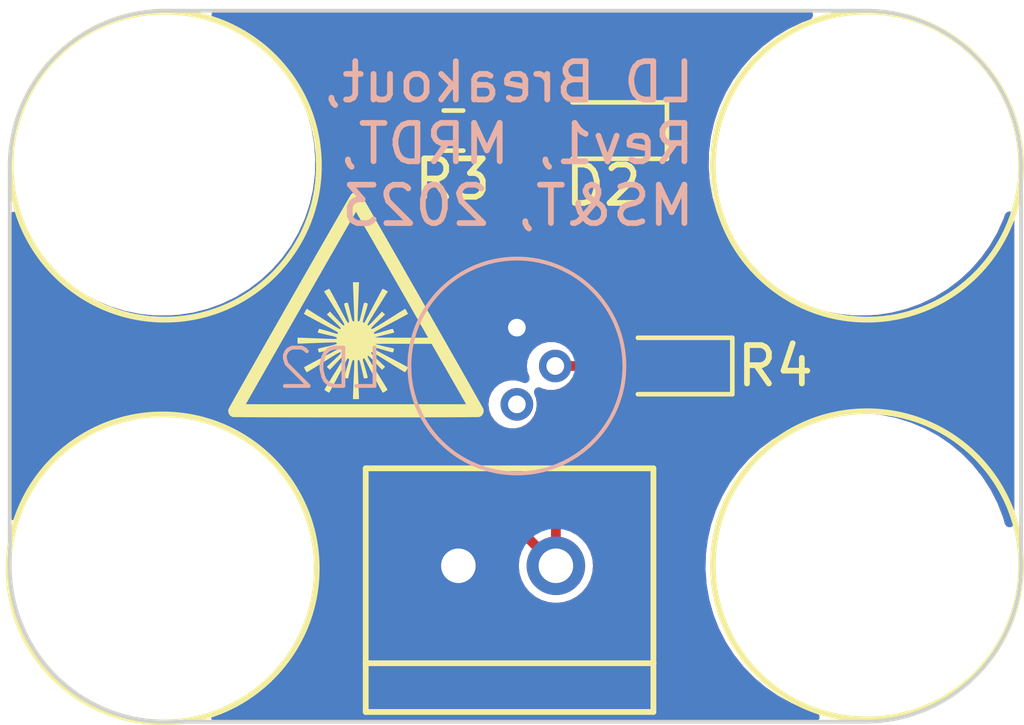
<source format=kicad_pcb>
(kicad_pcb (version 20221018) (generator pcbnew)
  (layers (0 "F.Cu" signal) (31 "B.Cu" signal) (34 "B.Paste" user) (35 "F.Paste" user) (36 "B.SilkS" user "B.Silkscreen") (37 "F.SilkS" user "F.Silkscreen") (38 "B.Mask" user) (39 "F.Mask" user) (44 "Edge.Cuts" user))
  (net 0 "")
  (net 1 "+5V")
  (net 2 "GND")
  (net 3 "Net-(D2-A)")
  (net 4 "Net-(LD2-Pad2)")
  (footprint "MRDT_Connectors:MOLEX_SL_02_Vertical" (layer "F.Cu") (at 133.477 83.834 180)
    (fp_text reference "Conn2" hide)
    (fp_text value "LD")
    (fp_line (start -2.54 -3.81) (end 4.953 -3.81) (stroke (width 0.15)) (layer "F.SilkS"))
    (fp_line (start -2.54 -2.54) (end -2.54 -3.81) (stroke (width 0.15)) (layer "F.SilkS"))
    (fp_line (start -2.54 -2.54) (end -2.54 2.54) (stroke (width 0.15)) (layer "F.SilkS"))
    (fp_line (start -2.54 -2.54) (end 4.953 -2.54) (stroke (width 0.15)) (layer "F.SilkS"))
    (fp_line (start 4.953 -3.81) (end 4.953 -2.54) (stroke (width 0.15)) (layer "F.SilkS"))
    (fp_line (start 4.953 -2.54) (end 4.953 2.54) (stroke (width 0.15)) (layer "F.SilkS"))
    (fp_line (start 4.953 2.54) (end -2.54 2.54) (stroke (width 0.15)) (layer "F.SilkS"))
    (pad "1" thru_hole circle (at 0 0 180) (size 1.524 1.524) (drill 0.9) (layers "*.Cu" "*.Mask") (net 1 "+5V"))
    (pad "2" thru_hole circle (at 2.54 0 180) (size 1.524 1.524) (drill 0.9) (layers "*.Cu" "*.Mask") (net 2 "GND"))
  )
  (footprint "MRDT_Drill_Holes:4_40_Hole_Corner" (layer "F.Cu") (at 127.2427 79.8943 180)
    (fp_text reference "H4" hide)
    (fp_text value "MountingHole" hide)
    (fp_circle (center 4.00812 -4.00812) (end 4.00812 0.00508) (stroke (width 0.15)) (fill none) (layer "F.SilkS"))
    (pad "" np_thru_hole circle (at 4.00812 -4.00812 180) (size 2.9464 2.9464) (drill 2.9464) (layers "*.Cu" "*.Mask") (clearance 2.5))
  )
  (footprint "LOGO" (layer "F.Cu") (at 128.27 77.089)
    (fp_text reference "G***" hide)
    (fp_text value "LOGO" hide)
    (fp_poly (pts (xy 0.046477 -2.992756) (xy 0.090197 -2.970499) (xy 0.126213 -2.93966) (xy 0.129097 -2.936198) (xy 0.137201 -2.923329) (xy 0.155735 -2.89211) (xy 0.184165 -2.843477) (xy 0.221957 -2.778367) (xy 0.268576 -2.697716) (xy 0.323489 -2.60246) (xy 0.386162 -2.493535) (xy 0.456061 -2.371878) (xy 0.532651 -2.238424) (xy 0.615398 -2.09411) (xy 0.703769 -1.939871) (xy 0.797229 -1.776645) (xy 0.895245 -1.605366) (xy 0.997282 -1.426973) (xy 1.102807 -1.242399) (xy 1.211284 -1.052582) (xy 1.322181 -0.858458) (xy 1.434963 -0.660963) (xy 1.549095 -0.461033) (xy 1.664045 -0.259605) (xy 1.779278 -0.057614) (xy 1.89426 0.144003) (xy 2.008457 0.344311) (xy 2.121334 0.542373) (xy 2.232358 0.737252) (xy 2.340995 0.928013) (xy 2.446711 1.11372) (xy 2.548971 1.293436) (xy 2.647242 1.466225) (xy 2.740989 1.631151) (xy 2.829679 1.787278) (xy 2.912777 1.93367) (xy 2.989749 2.06939) (xy 3.060062 2.193503) (xy 3.123181 2.305072) (xy 3.178573 2.403161) (xy 3.225702 2.486834) (xy 3.264036 2.555154) (xy 3.293039 2.607186) (xy 3.312179 2.641994) (xy 3.320921 2.658641) (xy 3.321384 2.659737) (xy 3.328584 2.713911) (xy 3.317248 2.767414) (xy 3.29016 2.814909) (xy 3.250104 2.851061) (xy 3.212974 2.86759) (xy 3.198334 2.868597) (xy 3.162563 2.869554) (xy 3.106741 2.87046) (xy 3.031946 2.871316) (xy 2.939257 2.872121) (xy 2.829752 2.872876) (xy 2.704511 2.873581) (xy 2.564612 2.874235) (xy 2.411134 2.874839) (xy 2.245155 2.875393) (xy 2.067756 2.875897) (xy 1.880013 2.87635) (xy 1.683007 2.876753) (xy 1.477816 2.877105) (xy 1.265518 2.877407) (xy 1.047193 2.87766) (xy 0.823918 2.877861) (xy 0.596774 2.878013) (xy 0.366839 2.878115) (xy 0.135191 2.878166) (xy -0.09709 2.878167) (xy -0.328927 2.878119) (xy -0.559239 2.87802) (xy -0.786949 2.87787) (xy -1.010978 2.877671) (xy -1.230246 2.877422) (xy -1.443675 2.877123) (xy -1.650187 2.876773) (xy -1.848702 2.876374) (xy -2.038141 2.875925) (xy -2.217427 2.875425) (xy -2.38548 2.874876) (xy -2.541221 2.874277) (xy -2.683571 2.873628) (xy -2.811453 2.872929) (xy -2.923786 2.87218) (xy -3.019493 2.871381) (xy -3.097494 2.870532) (xy -3.156711 2.869633) (xy -3.196065 2.868685) (xy -3.214477 2.867686) (xy -3.215508 2.867494) (xy -3.263348 2.842378) (xy -3.300055 2.802054) (xy -3.322745 2.751958) (xy -3.328536 2.697526) (xy -3.322763 2.665254) (xy -3.31613 2.651787) (xy -3.298972 2.619974) (xy -3.271825 2.570753) (xy -3.251594 2.534442) (xy -2.867377 2.534442) (xy -0.00007 2.534442) (xy 2.867237 2.534442) (xy 2.850865 2.503873) (xy 2.842852 2.489557) (xy 2.824675 2.457486) (xy 2.797213 2.409199) (xy 2.761343 2.346234) (xy 2.717943 2.270131) (xy 2.667891 2.182428) (xy 2.612064 2.084664) (xy 2.551342 1.978378) (xy 2.486601 1.865108) (xy 2.41872 1.746393) (xy 2.402149 1.717418) (xy 1.969804 0.961532) (xy 1.232599 0.958673) (xy 1.098517 0.958296) (xy 0.974245 0.958228) (xy 0.861296 0.958456) (xy 0.761183 0.958965) (xy 0.675418 0.959741) (xy 0.605514 0.960769) (xy 0.552983 0.962035) (xy 0.519337 0.963524) (xy 0.506088 0.965222) (xy 0.506031 0.965597) (xy 0.519631 0.9709) (xy 0.551559 0.980131) (xy 0.598445 0.992416) (xy 0.656917 1.00688) (xy 0.723607 1.022649) (xy 0.744444 1.027442) (xy 0.813058 1.043183) (xy 0.874632 1.057417) (xy 0.925761 1.06935) (xy 0.963035 1.078184) (xy 0.983047 1.083123) (xy 0.98515 1.083718) (xy 0.990008 1.095491) (xy 0.987936 1.119615) (xy 0.980935 1.14808) (xy 0.971004 1.172878) (xy 0.96014 1.185999) (xy 0.959564 1.18622) (xy 0.946283 1.184125) (xy 0.915007 1.176295) (xy 0.868952 1.163625) (xy 0.811333 1.147011) (xy 0.745367 1.127348) (xy 0.716177 1.118466) (xy 0.64005 1.095267) (xy 0.582412 1.078117) (xy 0.540536 1.066457) (xy 0.511693 1.059728) (xy 0.493156 1.057369) (xy 0.482195 1.058823) (xy 0.476083 1.063528) (xy 0.47314 1.068643) (xy 0.468885 1.091138) (xy 0.47314 1.09936) (xy 0.484838 1.10634) (xy 0.514154 1.12254) (xy 0.559027 1.146856) (xy 0.617393 1.178184) (xy 0.687193 1.215419) (xy 0.766362 1.257456) (xy 0.852839 1.303193) (xy 0.911111 1.333917) (xy 1.001159 1.381422) (xy 1.0852 1.425915) (xy 1.161175 1.466295) (xy 1.227026 1.50146) (xy 1.280695 1.530309) (xy 1.320122 1.55174) (xy 1.343249 1.564653) (xy 1.348549 1.567942) (xy 1.348168 1.580873) (xy 1.338708 1.605896) (xy 1.323561 1.6367) (xy 1.306114 1.666973) (xy 1.289759 1.690403) (xy 1.277885 1.70068) (xy 1.277222 1.700744) (xy 1.266025 1.695005) (xy 1.23797 1.678577) (xy 1.194988 1.652647) (xy 1.139008 1.618398) (xy 1.071959 1.577017) (xy 0.995773 1.529688) (xy 0.912378 1.477598) (xy 0.84252 1.433765) (xy 0.741466 1.370325) (xy 0.657508 1.317885) (xy 0.588992 1.275511) (xy 0.534265 1.242267) (xy 0.491674 1.217222) (xy 0.459565 1.199439) (xy 0.436284 1.187986) (xy 0.420178 1.181928) (xy 0.409594 1.180331) (xy 0.402878 1.182261) (xy 0.400592 1.184116) (xy 0.396064 1.190447) (xy 0.395525 1.198408) (xy 0.40046 1.209608) (xy 0.412352 1.225655) (xy 0.432686 1.248159) (xy 0.462946 1.278729) (xy 0.504616 1.318975) (xy 0.559179 1.370505) (xy 0.62812 1.43493) (xy 0.65481 1.459787) (xy 0.75962 1.557358) (xy 0.7196 1.597395) (xy 0.679581 1.637432) (xy 0.587212 1.538475) (xy 0.517083 1.463503) (xy 0.460417 1.403429) (xy 0.415631 1.356788) (xy 0.381142 1.322118) (xy 0.355368 1.297956) (xy 0.336724 1.282839) (xy 0.323628 1.275304) (xy 0.314497 1.273887) (xy 0.307747 1.277126) (xy 0.306077 1.278659) (xy 0.302942 1.284177) (xy 0.303009 1.293) (xy 0.307209 1.306777) (xy 0.316474 1.327157) (xy 0.331733 1.355786) (xy 0.35392 1.394314) (xy 0.383965 1.444389) (xy 0.422799 1.507658) (xy 0.471353 1.58577) (xy 0.53056 1.680374) (xy 0.55563 1.72033) (xy 0.610591 1.808106) (xy 0.661729 1.890215) (xy 0.707862 1.964723) (xy 0.747803 2.029694) (xy 0.780367 2.083196) (xy 0.804371 2.123294) (xy 0.818628 2.148053) (xy 0.822222 2.155494) (xy 0.813502 2.16497) (xy 0.791508 2.181136) (xy 0.76249 2.200063) (xy 0.732697 2.217823) (xy 0.708379 2.230486) (xy 0.696854 2.234311) (xy 0.690608 2.224792) (xy 0.675098 2.197539) (xy 0.651382 2.154507) (xy 0.620516 2.097651) (xy 0.583557 2.028926) (xy 0.541563 1.950286) (xy 0.495589 1.863688) (xy 0.45502 1.786893) (xy 0.406644 1.695129) (xy 0.361554 1.60962) (xy 0.320784 1.532328) (xy 0.285372 1.465215) (xy 0.256352 1.410245) (xy 0.234761 1.36938) (xy 0.221634 1.344582) (xy 0.217907 1.337606) (xy 0.208612 1.340813) (xy 0.193324 1.348722) (xy 0.185934 1.353465) (xy 0.18124 1.35999) (xy 0.179781 1.371042) (xy 0.182095 1.389364) (xy 0.188723 1.417702) (xy 0.200202 1.458801) (xy 0.217071 1.515405) (xy 0.239871 1.590259) (xy 0.242347 1.59836) (xy 0.26816 1.6849) (xy 0.287349 1.753828) (xy 0.299697 1.804273) (xy 0.304986 1.83536) (xy 0.303921 1.845775) (xy 0.286543 1.853414) (xy 0.257224 1.85865) (xy 0.250067 1.859232) (xy 0.20697 1.861926) (xy 0.150571 1.622933) (xy 0.131957 1.544715) (xy 0.117344 1.485509) (xy 0.105835 1.442643) (xy 0.096535 1.413444) (xy 0.088549 1.395237) (xy 0.08098 1.385351) (xy 0.072933 1.381111) (xy 0.069308 1.380387) (xy 0.055804 1.379976) (xy 0.048369 1.386837) (xy 0.045226 1.405766) (xy 0.044599 1.441562) (xy 0.044608 1.447083) (xy 0.0451 1.474627) (xy 0.046422 1.521292) (xy 0.048468 1.583987) (xy 0.051128 1.659621) (xy 0.054295 1.745104) (xy 0.05786 1.837344) (xy 0.061072 1.917506) (xy 0.064859 2.01148) (xy 0.068346 2.099937) (xy 0.071426 2.180043) (xy 0.073995 2.248966) (xy 0.075947 2.303872) (xy 0.077175 2.34193) (xy 0.077574 2.359366) (xy 0.077777 2.401051) (xy 0 2.401051) (xy -0.077778 2.401051) (xy -0.077572 2.353808) (xy -0.077066 2.3317) (xy -0.075721 2.290316) (xy -0.073649 2.23259) (xy -0.07096 2.161458) (xy -0.067764 2.079855) (xy -0.064171 1.990716) (xy -0.061151 1.917506) (xy -0.057293 1.822924) (xy -0.053749 1.732185) (xy -0.050632 1.648496) (xy -0.048056 1.575066) (xy -0.046135 1.515101) (xy -0.044982 1.471809) (xy -0.044691 1.452641) (xy -0.045027 1.412702) (xy -0.047405 1.390347) (xy -0.053391 1.380931) (xy -0.064551 1.379811) (xy -0.069059 1.380387) (xy -0.077497 1.383156) (xy -0.085139 1.390608) (xy -0.092879 1.405411) (xy -0.101608 1.430235) (xy -0.112217 1.46775) (xy -0.125598 1.520624) (xy -0.142642 1.591528) (xy -0.150071 1.622933) (xy -0.206469 1.861926) (xy -0.249817 1.859232) (xy -0.280365 1.854998) (xy -0.301191 1.847926) (xy -0.303563 1.846134) (xy -0.303931 1.832001) (xy -0.297539 1.798461) (xy -0.284793 1.747152) (xy -0.266102 1.679713) (xy -0.242155 1.598719) (xy -0.218947 1.521907) (xy -0.201677 1.463617) (xy -0.189809 1.421104) (xy -0.182811 1.391623) (xy -0.180146 1.372428) (xy -0.181282 1.360773) (xy -0.185682 1.353913) (xy -0.192814 1.349103) (xy -0.193491 1.348722) (xy -0.211672 1.339448) (xy -0.217908 1.337606) (xy -0.223186 1.347506) (xy -0.237791 1.375109) (xy -0.260688 1.418454) (xy -0.290842 1.475578) (xy -0.327216 1.544517) (xy -0.368775 1.623311) (xy -0.414483 1.709995) (xy -0.455021 1.786893) (xy -0.503503 1.878628) (xy -0.548886 1.964032) (xy -0.590113 2.041151) (xy -0.626127 2.108029) (xy -0.655871 2.162712) (xy -0.67829 2.203244) (xy -0.692326 2.22767) (xy -0.696855 2.234311) (xy -0.711928 2.228829) (xy -0.737641 2.215002) (xy -0.767747 2.196758) (xy -0.795996 2.178028) (xy -0.816138 2.16274) (xy -0.822223 2.155494) (xy -0.816488 2.144196) (xy -0.800072 2.116034) (xy -0.77416 2.072942) (xy -0.739938 2.016855) (xy -0.69859 1.949708) (xy -0.651301 1.873433) (xy -0.599256 1.789965) (xy -0.555631 1.72033) (xy -0.492202 1.619135) (xy -0.439772 1.535048) (xy -0.397412 1.46642) (xy -0.364189 1.411603) (xy -0.339172 1.368949) (xy -0.32143 1.336811) (xy -0.310033 1.313538) (xy -0.304048 1.297485) (xy -0.302544 1.287002) (xy -0.30459 1.28044) (xy -0.306078 1.278659) (xy -0.311525 1.274124) (xy -0.317863 1.272551) (xy -0.3267 1.275423) (xy -0.339645 1.284221) (xy -0.358305 1.300426) (xy -0.384289 1.32552) (xy -0.419204 1.360985) (xy -0.464659 1.408301) (xy -0.522261 1.468952) (xy -0.587536 1.537979) (xy -0.680573 1.63644) (xy -0.720097 1.596899) (xy -0.759621 1.557358) (xy -0.654811 1.459787) (xy -0.580698 1.390663) (xy -0.521463 1.334974) (xy -0.47562 1.291111) (xy -0.441687 1.257464) (xy -0.418179 1.232426) (xy -0.403612 1.214386) (xy -0.396501 1.201735) (xy -0.395364 1.192864) (xy -0.398716 1.186164) (xy -0.400593 1.184116) (xy -0.406065 1.180854) (xy -0.41463 1.180681) (xy -0.427942 1.184531) (xy -0.447652 1.193338) (xy -0.475417 1.208037) (xy -0.512888 1.229561) (xy -0.561719 1.258845) (xy -0.623563 1.296822) (xy -0.700075 1.344426) (xy -0.792908 1.402592) (xy -0.842521 1.433765) (xy -0.930253 1.488785) (xy -1.012306 1.539981) (xy -1.086747 1.586169) (xy -1.151649 1.626161) (xy -1.20508 1.658775) (xy -1.245112 1.682823) (xy -1.269813 1.697122) (xy -1.277223 1.700744) (xy -1.28858 1.691812) (xy -1.304694 1.66922) (xy -1.322177 1.639278) (xy -1.337639 1.608294) (xy -1.347691 1.582578) (xy -1.348943 1.568439) (xy -1.34855 1.567987) (xy -1.336969 1.561127) (xy -1.307771 1.545035) (xy -1.263012 1.520814) (xy -1.204752 1.489563) (xy -1.135048 1.452386) (xy -1.055957 1.410384) (xy -0.969539 1.364657) (xy -0.911112 1.333829) (xy -0.821046 1.286274) (xy -0.736966 1.241718) (xy -0.660933 1.201265) (xy -0.59501 1.16602) (xy -0.541257 1.137085) (xy -0.501735 1.115566) (xy -0.478507 1.102567) (xy -0.473141 1.099227) (xy -0.468903 1.08199) (xy -0.473141 1.06902) (xy -0.477525 1.062456) (xy -0.484943 1.058747) (xy -0.498121 1.058451) (xy -0.519782 1.062124) (xy -0.552653 1.070323) (xy -0.599459 1.083606) (xy -0.662925 1.10253) (xy -0.716661 1.118805) (xy -0.785381 1.139297) (xy -0.847233 1.157027) (xy -0.898966 1.17112) (xy -0.937335 1.180705) (xy -0.95909 1.184909) (xy -0.96248 1.184864) (xy -0.970881 1.172642) (xy -0.980121 1.147379) (xy -0.987574 1.117993) (xy -0.990615 1.093404) (xy -0.990459 1.089799) (xy -0.979994 1.085921) (xy -0.950937 1.077885) (xy -0.906364 1.066469) (xy -0.84935 1.052451) (xy -0.782972 1.03661) (xy -0.747768 1.028374) (xy -0.668942 1.009898) (xy -0.609153 0.99537) (xy -0.565746 0.983914) (xy -0.536066 0.974654) (xy -0.517457 0.966716) (xy -0.507264 0.959223) (xy -0.50283 0.9513) (xy -0.502005 0.947349) (xy -0.501499 0.934657) (xy -0.507531 0.927288) (xy -0.524604 0.923821) (xy -0.557223 0.922837) (xy -0.579783 0.922829) (xy -0.610042 0.923333) (xy -0.65931 0.924672) (xy -0.724394 0.926738) (xy -0.8021 0.92942) (xy -0.889234 0.932609) (xy -0.982605 0.936197) (xy -1.061112 0.939339) (xy -1.154455 0.943115) (xy -1.24177 0.946591) (xy -1.320322 0.949662) (xy -1.387376 0.952224) (xy -1.440198 0.954173) (xy -1.476053 0.955403) (xy -1.491667 0.95581) (xy -1.507623 0.955044) (xy -1.516754 0.949305) (xy -1.520964 0.933752) (xy -1.52216 0.903543) (xy -1.522223 0.878162) (xy -1.522223 0.800351) (xy -1.469445 0.800554) (xy -1.446159 0.801049) (xy -1.4036 0.802368) (xy -1.344701 0.804403) (xy -1.27239 0.807048) (xy -1.189599 0.810195) (xy -1.099259 0.813737) (xy -1.016667 0.817063) (xy -0.896153 0.821984) (xy -0.79597 0.826021) (xy -0.714244 0.829143) (xy -0.649101 0.83132) (xy -0.598666 0.832523) (xy -0.561065 0.832719) (xy -0.534423 0.83188) (xy -0.516867 0.829974) (xy -0.506522 0.826971) (xy -0.501513 0.822841) (xy -0.499966 0.817554) (xy -0.500007 0.811079) (xy -0.500049 0.808688) (xy -0.501353 0.799824) (xy -0.507096 0.792153) (xy -0.520077 0.784705) (xy -0.543096 0.776511) (xy -0.578952 0.766601) (xy -0.630447 0.754007) (xy -0.70038 0.737759) (xy -0.713938 0.734648) (xy -0.782232 0.718914) (xy -0.845183 0.70427) (xy -0.898779 0.691661) (xy -0.939005 0.682031) (xy -0.961847 0.676326) (xy -0.962663 0.676105) (xy -0.997548 0.666591) (xy -0.983675 0.619532) (xy -0.972005 0.590298) (xy -0.958988 0.572192) (xy -0.954346 0.569741) (xy -0.939549 0.572082) (xy -0.906882 0.580171) (xy -0.859675 0.593086) (xy -0.801257 0.609907) (xy -0.734956 0.629711) (xy -0.70935 0.637532) (xy -0.633976 0.660626) (xy -0.577075 0.67771) (xy -0.535886 0.689321) (xy -0.507644 0.695998) (xy -0.489588 0.698277) (xy -0.478955 0.696697) (xy -0.472982 0.691795) (xy -0.469 0.684315) (xy -0.467382 0.678233) (xy -0.469166 0.671533) (xy -0.475981 0.663243) (xy -0.489455 0.652395) (xy -0.511215 0.638018) (xy -0.542891 0.61914) (xy -0.58611 0.594793) (xy -0.642501 0.564006) (xy -0.713691 0.525807) (xy -0.801309 0.479228) (xy -0.906872 0.423356) (xy -0.998696 0.374658) (xy -1.084184 0.329029) (xy -1.16139 0.28753) (xy -1.228364 0.251222) (xy -1.283158 0.221166) (xy -1.323825 0.198422) (xy -1.348414 0.184052) (xy -1.35522 0.179217) (xy -1.349907 0.166726) (xy -1.336338 0.140785) (xy -1.318336 0.108573) (xy -1.28179 0.044847) (xy -0.849228 0.317022) (xy -0.747323 0.381059) (xy -0.662541 0.434088) (xy -0.593251 0.477029) (xy -0.537825 0.510804) (xy -0.494633 0.536334) (xy -0.462046 0.554541) (xy -0.438435 0.566346) (xy -0.42217 0.57267) (xy -0.411622 0.574435) (xy -0.405162 0.572563) (xy -0.40232 0.569746) (xy -0.398864 0.562877) (xy -0.399222 0.5544) (xy -0.40488 0.542706) (xy -0.417321 0.526185) (xy -0.438028 0.503229) (xy -0.468488 0.472228) (xy -0.510182 0.431574) (xy -0.564597 0.379659) (xy -0.633215 0.314872) (xy -0.665156 0.284821) (xy -0.758089 0.197434) (xy -0.718583 0.157911) (xy -0.679077 0.118388) (xy -0.575841 0.228713) (xy -0.508275 0.300859) (xy -0.454201 0.358305) (xy -0.411942 0.402595) (xy -0.379819 0.435277) (xy -0.356156 0.457896) (xy -0.339275 0.471997) (xy -0.327499 0.479127) (xy -0.319149 0.48083) (xy -0.31255 0.478655) (xy -0.307962 0.47557) (xy -0.304034 0.470992) (xy -0.30302 0.463601) (xy -0.305842 0.451763) (xy -0.313419 0.433842) (xy -0.326672 0.408202) (xy -0.346521 0.373208) (xy -0.373885 0.327225) (xy -0.409685 0.268617) (xy -0.454842 0.195749) (xy -0.510276 0.106986) (xy -0.559982 0.027668) (xy -0.831818 -0.405733) (xy -0.768687 -0.441712) (xy -0.735046 -0.45974) (xy -0.708904 -0.471646) (xy -0.69648 -0.474812) (xy -0.689564 -0.464689) (xy -0.673405 -0.436874) (xy -0.649089 -0.393356) (xy -0.617703 -0.336128) (xy -0.580333 -0.267181) (xy -0.538067 -0.188506) (xy -0.491991 -0.102094) (xy -0.455556 -0.033348) (xy -0.407262 0.057622) (xy -0.36187 0.142381) (xy -0.320479 0.218932) (xy -0.284187 0.285275) (xy -0.254094 0.339414) (xy -0.231297 0.37935) (xy -0.216896 0.403086) (xy -0.212273 0.409052) (xy -0.193451 0.407383) (xy -0.185457 0.403741) (xy -0.181148 0.396931) (xy -0.180922 0.382096) (xy -0.185349 0.356667) (xy -0.195005 0.318078) (xy -0.210462 0.263762) (xy -0.232294 0.19115) (xy -0.234657 0.183414) (xy -0.259948 0.100702) (xy -0.279294 0.036744) (xy -0.293158 -0.010992) (xy -0.302002 -0.045039) (xy -0.306289 -0.067932) (xy -0.306481 -0.082201) (xy -0.303041 -0.090382) (xy -0.296431 -0.095007) (xy -0.287114 -0.098608) (xy -0.286213 -0.098948) (xy -0.254168 -0.108683) (xy -0.233804 -0.112899) (xy -0.225306 -0.113293) (xy -0.218015 -0.109967) (xy -0.211042 -0.100335) (xy -0.203499 -0.081813) (xy -0.194495 -0.051816) (xy -0.183142 -0.007759) (xy -0.168551 0.052944) (xy -0.151009 0.127834) (xy -0.132379 0.207084) (xy -0.117722 0.267282) (xy -0.106165 0.31107) (xy -0.096838 0.341092) (xy -0.088869 0.359994) (xy -0.081386 0.370419) (xy -0.073517 0.37501) (xy -0.069214 0.375938) (xy -0.055762 0.376336) (xy -0.048359 0.369437) (xy -0.045239 0.350447) (xy -0.044636 0.314569) (xy -0.044648 0.309242) (xy -0.045148 0.281698) (xy -0.046479 0.235033) (xy -0.048532 0.172338) (xy -0.051198 0.096703) (xy -0.054369 0.011221) (xy -0.057937 -0.081019) (xy -0.06115 -0.161181) (xy -0.064936 -0.255155) (xy -0.068419 -0.343612) (xy -0.071496 -0.423718) (xy -0.074058 -0.492641) (xy -0.076003 -0.547548) (xy -0.077223 -0.585605) (xy -0.077614 -0.603041) (xy -0.077778 -0.644726) (xy 0 -0.644726) (xy 0.077777 -0.644726) (xy 0.077574 -0.603041) (xy 0.077082 -0.582429) (xy 0.075771 -0.542437) (xy 0.073749 -0.485898) (xy 0.07112 -0.415646) (xy 0.067991 -0.334512) (xy 0.064467 -0.245331) (xy 0.061072 -0.161181) (xy 0.057256 -0.065661) (xy 0.053749 0.025689) (xy 0.050657 0.109778) (xy 0.04809 0.183515) (xy 0.046155 0.243809) (xy 0.04496 0.28757) (xy 0.044608 0.309242) (xy 0.04506 0.347329) (xy 0.04782 0.367987) (xy 0.054659 0.376011) (xy 0.067344 0.376196) (xy 0.069213 0.375938) (xy 0.077595 0.373254) (xy 0.08516 0.366045) (xy 0.09278 0.351667) (xy 0.101327 0.327475) (xy 0.111671 0.290826) (xy 0.124686 0.239076) (xy 0.141242 0.16958) (xy 0.151008 0.127834) (xy 0.169471 0.04905) (xy 0.183856 -0.010649) (xy 0.195053 -0.053848) (xy 0.203952 -0.083133) (xy 0.21144 -0.101087) (xy 0.218407 -0.110296) (xy 0.225742 -0.113345) (xy 0.233803 -0.112899) (xy 0.265504 -0.105665) (xy 0.286212 -0.098948) (xy 0.295743 -0.09531) (xy 0.302602 -0.090857) (xy 0.306325 -0.083057) (xy 0.306449 -0.069376) (xy 0.302511 -0.047282) (xy 0.294046 -0.014242) (xy 0.280592 0.032277) (xy 0.261685 0.094808) (xy 0.236863 0.175884) (xy 0.234557 0.183414) (xy 0.2126 0.255512) (xy 0.196715 0.309269) (xy 0.186335 0.347561) (xy 0.180892 0.373264) (xy 0.179819 0.389254) (xy 0.182547 0.398405) (xy 0.188509 0.403595) (xy 0.190856 0.404815) (xy 0.213079 0.409046) (xy 0.221101 0.404815) (xy 0.228077 0.393112) (xy 0.24427 0.363783) (xy 0.268576 0.318891) (xy 0.29989 0.260498) (xy 0.337108 0.190669) (xy 0.379128 0.111465) (xy 0.424844 0.024949) (xy 0.455555 -0.033348) (xy 0.503035 -0.123429) (xy 0.5475 -0.207497) (xy 0.587849 -0.283492) (xy 0.622983 -0.349356) (xy 0.651801 -0.40303) (xy 0.673203 -0.442455) (xy 0.686089 -0.465572) (xy 0.689362 -0.470862) (xy 0.702575 -0.470588) (xy 0.729097 -0.460796) (xy 0.763293 -0.443586) (xy 0.764716 -0.442787) (xy 0.831451 -0.405162) (xy 0.559798 0.027953) (xy 0.495941 0.12989) (xy 0.44306 0.214686) (xy 0.400237 0.283977) (xy 0.366549 0.339399) (xy 0.341078 0.382587) (xy 0.322903 0.415179) (xy 0.311103 0.438809) (xy 0.304757 0.455114) (xy 0.302946 0.46573) (xy 0.304749 0.472293) (xy 0.307961 0.47557) (xy 0.314339 0.479575) (xy 0.321264 0.480809) (xy 0.330414 0.477724) (xy 0.343467 0.468775) (xy 0.3621 0.452417) (xy 0.38799 0.427103) (xy 0.422816 0.391288) (xy 0.468253 0.343426) (xy 0.525981 0.281971) (xy 0.57584 0.228713) (xy 0.679076 0.118388) (xy 0.718582 0.157911) (xy 0.758088 0.197434) (xy 0.665155 0.284821) (xy 0.590397 0.355246) (xy 0.530443 0.412152) (xy 0.483807 0.457148) (xy 0.449006 0.491841) (xy 0.424557 0.517838) (xy 0.408976 0.536747) (xy 0.400779 0.550176) (xy 0.398483 0.559732) (xy 0.400604 0.567022) (xy 0.402319 0.569613) (xy 0.406987 0.573354) (xy 0.414713 0.574048) (xy 0.427124 0.570773) (xy 0.445851 0.562611) (xy 0.472522 0.548642) (xy 0.508766 0.527946) (xy 0.556213 0.499604) (xy 0.616492 0.462696) (xy 0.691231 0.416303) (xy 0.782061 0.359505) (xy 0.849429 0.317244) (xy 1.282191 0.045558) (xy 1.318537 0.108928) (xy 1.337157 0.142262) (xy 1.350381 0.167594) (xy 1.355219 0.179038) (xy 1.345778 0.185449) (xy 1.318615 0.201142) (xy 1.275675 0.225056) (xy 1.218908 0.256131) (xy 1.15026 0.293304) (xy 1.071679 0.335517) (xy 0.985114 0.381707) (xy 0.906886 0.423211) (xy 0.801238 0.479181) (xy 0.71364 0.525794) (xy 0.642467 0.56402) (xy 0.58609 0.594831) (xy 0.542881 0.619196) (xy 0.511214 0.638087) (xy 0.489461 0.652474) (xy 0.475994 0.663328) (xy 0.469186 0.671619) (xy 0.467408 0.678318) (xy 0.469014 0.684349) (xy 0.473103 0.691963) (xy 0.479166 0.696781) (xy 0.489965 0.698263) (xy 0.508263 0.695872) (xy 0.536822 0.689069) (xy 0.578405 0.677317) (xy 0.635774 0.660078) (xy 0.709349 0.637532) (xy 0.777704 0.616865) (xy 0.839397 0.598844) (xy 0.891098 0.584391) (xy 0.929478 0.574427) (xy 0.951208 0.569874) (xy 0.954345 0.569741) (xy 0.96665 0.581208) (xy 0.979398 0.606845) (xy 0.983674 0.619532) (xy 0.997547 0.666591) (xy 0.962662 0.676203) (xy 0.941133 0.681623) (xy 0.901943 0.690997) (xy 0.849107 0.703385) (xy 0.786641 0.717844) (xy 0.71856 0.733435) (xy 0.713888 0.734498) (xy 0.64842 0.749814) (xy 0.59105 0.764025) (xy 0.545052 0.776257) (xy 0.5137 0.785633) (xy 0.500267 0.791275) (xy 0.5 0.791767) (xy 0.510796 0.79328) (xy 0.541925 0.794708) (xy 0.5915 0.796027) (xy 0.65763 0.797215) (xy 0.738428 0.798246) (xy 0.832004 0.799099) (xy 0.93647 0.799749) (xy 1.049938 0.800173) (xy 1.170517 0.800347) (xy 1.189243 0.800351) (xy 1.878487 0.800351) (xy 1.864243 0.774609) (xy 1.846431 0.742754) (xy 1.819091 0.694322) (xy 1.782916 0.630525) (xy 1.738601 0.552573) (xy 1.68684 0.461678) (xy 1.628326 0.35905) (xy 1.563753 0.2459) (xy 1.493816 0.12344) (xy 1.419207 -0.00712) (xy 1.340622 -0.144568) (xy 1.258754 -0.287694) (xy 1.174297 -0.435286) (xy 1.087945 -0.586134) (xy 1.000391 -0.739026) (xy 0.912331 -0.892751) (xy 0.824457 -1.046099) (xy 0.737463 -1.197858) (xy 0.652044 -1.346817) (xy 0.568893 -1.491766) (xy 0.488705 -1.631492) (xy 0.412173 -1.764786) (xy 0.339991 -1.890437) (xy 0.272853 -2.007232) (xy 0.211453 -2.113961) (xy 0.156485 -2.209414) (xy 0.108643 -2.292378) (xy 0.068621 -2.361644) (xy 0.037112 -2.416) (xy 0.014811 -2.454234) (xy 0.002412 -2.475137) (xy -0.000002 -2.478862) (xy -0.005792 -2.469373) (xy -0.022047 -2.441562) (xy -0.048204 -2.396408) (xy -0.083704 -2.334891) (xy -0.127985 -2.257992) (xy -0.180486 -2.16669) (xy -0.240647 -2.061966) (xy -0.307908 -1.9448) (xy -0.381706 -1.816173) (xy -0.461482 -1.677064) (xy -0.546674 -1.528453) (xy -0.636722 -1.371321) (xy -0.731066 -1.206648) (xy -0.829144 -1.035415) (xy -0.930395 -0.8586) (xy -1.034259 -0.677186) (xy -1.140175 -0.49215) (xy -1.247583 -0.304475) (xy -1.355921 -0.11514) (xy -1.464628 0.074875) (xy -1.573145 0.264589) (xy -1.680909 0.453023) (xy -1.787361 0.639196) (xy -1.891939 0.822128) (xy -1.994084 1.000839) (xy -2.093233 1.174349) (xy -2.188827 1.341677) (xy -2.280304 1.501843) (xy -2.367103 1.653867) (xy -2.448665 1.79677) (xy -2.524428 1.929569) (xy -2.593831 2.051287) (xy -2.656314 2.160942) (xy -2.711315 2.257554) (xy -2.758275 2.340143) (xy -2.796632 2.407729) (xy -2.825825 2.459331) (xy -2.845294 2.49397) (xy -2.853133 2.508146) (xy -2.867377 2.534442) (xy -3.251594 2.534442) (xy -3.235224 2.505061) (xy -3.189703 2.423836) (xy -3.135798 2.328014) (xy -3.074044 2.218534) (xy -3.004975 2.096332) (xy -2.929128 1.962346) (xy -2.847037 1.817514) (xy -2.759237 1.662772) (xy -2.666263 1.499059) (xy -2.568651 1.327311) (xy -2.466935 1.148466) (xy -2.36165 0.963461) (xy -2.253332 0.773234) (xy -2.142515 0.578722) (xy -2.029736 0.380863) (xy -1.915528 0.180593) (xy -1.800427 -0.021149) (xy -1.684967 -0.223427) (xy -1.569685 -0.425303) (xy -1.455115 -0.625839) (xy -1.341792 -0.824099) (xy -1.230251 -1.019144) (xy -1.121028 -1.210038) (xy -1.014657 -1.395843) (xy -0.911674 -1.575621) (xy -0.812613 -1.748436) (xy -0.71801 -1.91335) (xy -0.628399 -2.069426) (xy -0.544316 -2.215725) (xy -0.466296 -2.351311) (xy -0.394874 -2.475247) (xy -0.330585 -2.586595) (xy -0.273965 -2.684417) (xy -0.225547 -2.767776) (xy -0.185868 -2.835736) (xy -0.155461 -2.887357) (xy -0.134864 -2.921704) (xy -0.12461 -2.937839) (xy -0.123878 -2.938765) (xy -0.08206 -2.972796) (xy -0.033574 -2.995015) (xy 0.004821 -3.001312)) (fill solid) (layer "F.SilkS"))
  )
  (footprint "Resistor_SMD:R_0603_1608Metric_Pad0.98x0.95mm_HandSolder" (layer "F.Cu") (at 130.81 72.4916)
    (fp_text reference "R3" (at -0.0235 1.27) (layer "F.SilkS"))
    (fp_text value "300")
    (fp_line (start -0.254724 -0.5225) (end 0.254724 -0.5225) (stroke (width 0.12)) (layer "F.SilkS"))
    (fp_line (start -0.254724 0.5225) (end 0.254724 0.5225) (stroke (width 0.12)) (layer "F.SilkS"))
    (pad "1" smd roundrect (at -0.9125 0) (size 0.975 0.95) (layers "F.Cu" "F.Paste" "F.Mask") (net 1 "+5V"))
    (pad "2" smd roundrect (at 0.9125 0) (size 0.975 0.95) (layers "F.Cu" "F.Paste" "F.Mask") (net 3 "Net-(D2-A)"))
  )
  (footprint "LED_SMD:LED_0603_1608Metric_Pad1.05x0.95mm_HandSolder" (layer "F.Cu") (at 136.412 78.627 180)
    (fp_text reference "R4" (at -2.78 0) (layer "F.SilkS"))
    (fp_text value "85")
    (fp_line (start -1.66 -0.735) (end -1.66 0.735) (stroke (width 0.12)) (layer "F.SilkS"))
    (fp_line (start -1.66 0.735) (end 0.8 0.735) (stroke (width 0.12)) (layer "F.SilkS"))
    (fp_line (start 0.8 -0.735) (end -1.66 -0.735) (stroke (width 0.12)) (layer "F.SilkS"))
    (pad "1" smd roundrect (at -0.875 0 180) (size 1.05 0.95) (layers "F.Cu" "F.Paste" "F.Mask") (net 1 "+5V"))
    (pad "2" smd roundrect (at 0.875 0 180) (size 1.05 0.95) (layers "F.Cu" "F.Paste" "F.Mask") (net 4 "Net-(LD2-Pad2)"))
  )
  (footprint "MRDT_Drill_Holes:4_40_Hole_Corner" (layer "F.Cu") (at 127.29972 77.41412 90)
    (fp_text reference "H1" hide)
    (fp_text value "MountingHole" hide)
    (fp_circle (center 4.00812 -4.00812) (end 4.00812 0.00508) (stroke (width 0.15)) (fill none) (layer "F.SilkS"))
    (pad "" np_thru_hole circle (at 4.00812 -4.00812 90) (size 2.9464 2.9464) (drill 2.9464) (layers "*.Cu" "*.Mask") (clearance 2.5))
  )
  (footprint "MRDT_Drill_Holes:4_40_Hole_Corner" (layer "F.Cu") (at 137.57148 79.81188 -90)
    (fp_text reference "H3" hide)
    (fp_text value "MountingHole" hide)
    (fp_circle (center 4.00812 -4.00812) (end 4.00812 0.00508) (stroke (width 0.15)) (fill none) (layer "F.SilkS"))
    (pad "" np_thru_hole circle (at 4.00812 -4.00812 270) (size 2.9464 2.9464) (drill 2.9464) (layers "*.Cu" "*.Mask") (clearance 2.5))
  )
  (footprint "MRDT_Drill_Holes:4_40_Hole_Corner" (layer "F.Cu") (at 137.57148 77.41412)
    (fp_text reference "H2" hide)
    (fp_text value "MountingHole" hide)
    (fp_circle (center 4.00812 -4.00812) (end 4.00812 0.00508) (stroke (width 0.15)) (fill none) (layer "F.SilkS"))
    (pad "" np_thru_hole circle (at 4.00812 -4.00812) (size 2.9464 2.9464) (drill 2.9464) (layers "*.Cu" "*.Mask") (clearance 2.5))
  )
  (footprint "LED_SMD:LED_0603_1608Metric_Pad1.05x0.95mm_HandSolder" (layer "F.Cu") (at 134.7095 72.4916 180)
    (fp_text reference "D2" (at 0 -1.43) (layer "F.SilkS"))
    (fp_text value "Green")
    (fp_line (start -1.66 -0.735) (end -1.66 0.735) (stroke (width 0.12)) (layer "F.SilkS"))
    (fp_line (start -1.66 0.735) (end 0.8 0.735) (stroke (width 0.12)) (layer "F.SilkS"))
    (fp_line (start 0.8 -0.735) (end -1.66 -0.735) (stroke (width 0.12)) (layer "F.SilkS"))
    (pad "1" smd roundrect (at -0.875 0 180) (size 1.05 0.95) (layers "F.Cu" "F.Paste" "F.Mask") (net 2 "GND"))
    (pad "2" smd roundrect (at 0.875 0 180) (size 1.05 0.95) (layers "F.Cu" "F.Paste" "F.Mask") (net 3 "Net-(D2-A)"))
  )
  (footprint "FTIR_Footprints:RLD63NPC5" (layer "B.Cu") (at 132.461 78.627 180)
    (fp_text reference "LD2" (at 4.8514 -0.0622 unlocked) (layer "B.SilkS") (effects (font (thickness 0.1)) (justify mirror)))
    (fp_text value "D_Laser_Photo_NType")
    (fp_circle (center 0 0) (end 2.8 0) (stroke (width 0.1)) (fill none) (layer "B.SilkS"))
    (pad "1" thru_hole circle (at 0 1 180) (size 0.85 0.85) (drill 0.46) (layers "*.Cu" "*.Mask") (net 2 "GND"))
    (pad "2" thru_hole circle (at -1 0 180) (size 0.85 0.85) (drill 0.46) (layers "*.Cu" "*.Mask") (net 4 "Net-(LD2-Pad2)"))
    (pad "3" thru_hole circle (at 0 -1 180) (size 0.85 0.85) (drill 0.46) (layers "*.Cu" "*.Mask"))
  )
  (gr_arc (start 123.317 87.898) (mid 120.443318 86.707682) (end 119.253 83.834) (stroke (width 0.1)) (layer "Edge.Cuts"))
  (gr_arc (start 119.253 73.4314) (mid 120.443318 70.557718) (end 123.317 69.3674) (stroke (width 0.1)) (layer "Edge.Cuts"))
  (gr_line (start 145.5928 83.834) (end 145.5928 73.4314) (stroke (width 0.1)) (layer "Edge.Cuts"))
  (gr_arc (start 145.5928 83.834) (mid 144.402482 86.707682) (end 141.5288 87.898) (stroke (width 0.1)) (layer "Edge.Cuts"))
  (gr_arc (start 141.5288 69.3674) (mid 144.402482 70.557718) (end 145.5928 73.4314) (stroke (width 0.1)) (layer "Edge.Cuts"))
  (gr_line (start 141.5288 87.898) (end 123.317 87.898) (stroke (width 0.1)) (layer "Edge.Cuts"))
  (gr_line (start 119.253 73.4314) (end 119.253 83.834) (stroke (width 0.1)) (layer "Edge.Cuts"))
  (gr_line (start 141.5288 69.3674) (end 123.317 69.3674) (stroke (width 0.1)) (layer "Edge.Cuts"))
  (gr_text "LD Breakout, \nRev1, MRDT, \nMS&T, 2023\n" (at 137.16 75.0316) (layer "B.SilkS") (effects (font (size 1 1)) (justify left bottom mirror)))
  (segment (start 133.477 82.437) (end 137.287 78.627) (width 0.254) (layer "F.Cu") (net 1))
  (segment (start 131.685 82.042) (end 130.2004 82.042) (width 0.254) (layer "F.Cu") (net 1))
  (segment (start 130.2004 82.042) (end 128.524 80.3656) (width 0.254) (layer "F.Cu") (net 1))
  (segment (start 128.524 73.8651) (end 129.8975 72.4916) (width 0.254) (layer "F.Cu") (net 1))
  (segment (start 133.477 83.834) (end 133.477 82.437) (width 0.254) (layer "F.Cu") (net 1))
  (segment (start 128.524 80.3656) (end 128.524 73.8651) (width 0.254) (layer "F.Cu") (net 1))
  (segment (start 133.477 83.834) (end 131.685 82.042) (width 0.254) (layer "F.Cu") (net 1))
  (segment (start 131.7225 72.4916) (end 133.8345 72.4916) (width 0.254) (layer "F.Cu") (net 3))
  (segment (start 135.537 78.627) (end 133.461 78.627) (width 0.254) (layer "F.Cu") (net 4))
  (zone (net 2) (net_name "GND") (layers "F&B.Cu") (name "GND") (priority 1) (connect_pads yes (clearance 0)) (min_thickness 0.25) (fill yes (thermal_gap 0.5) (thermal_bridge_width 0.5))
    (polygon (pts (xy 118.999 69.088) (xy 145.669 69.088) (xy 145.669 87.997) (xy 118.999 87.997)))
  )
)
</source>
